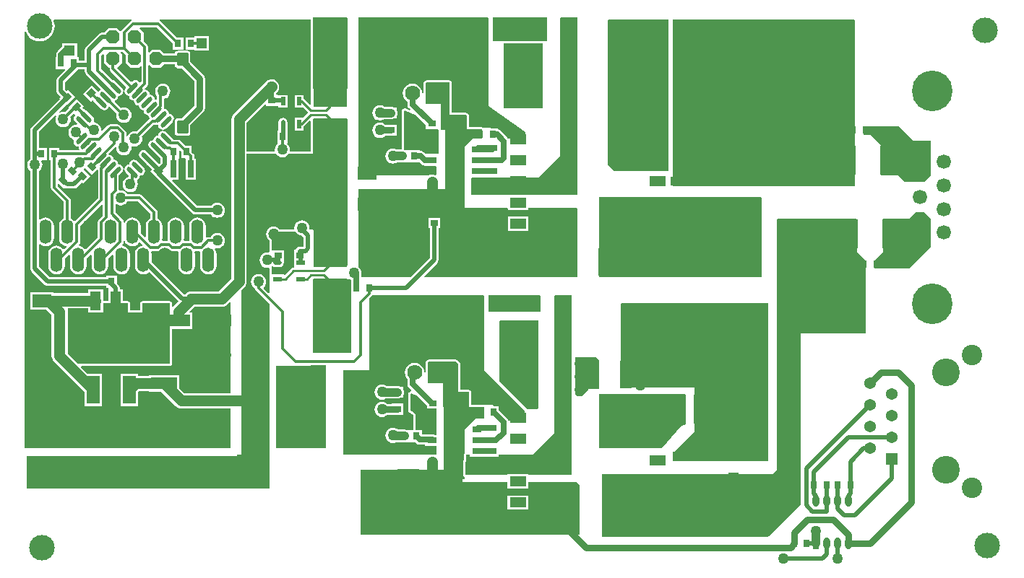
<source format=gtl>
%FSTAX23Y23*%
%MOMM*%
%SFA1B1*%

%IPPOS*%
%AMD30*
4,1,4,-0.071120,-0.563880,0.563880,0.071120,0.071120,0.563880,-0.563880,-0.071120,-0.071120,-0.563880,0.0*
%
%AMD34*
4,1,4,-0.599440,0.035560,0.035560,-0.599440,0.599440,-0.035560,-0.035560,0.599440,-0.599440,0.035560,0.0*
%
%AMD35*
4,1,4,0.035560,0.599440,-0.599440,-0.035560,-0.035560,-0.599440,0.599440,0.035560,0.035560,0.599440,0.0*
%
%AMD36*
4,1,4,0.563880,-0.071120,-0.071120,0.563880,-0.563880,0.071120,0.071120,-0.563880,0.563880,-0.071120,0.0*
%
%AMD44*
4,1,8,-0.650240,0.675640,-0.650240,-0.675640,-0.551180,-0.774700,0.551180,-0.774700,0.650240,-0.675640,0.650240,0.675640,0.551180,0.774700,-0.551180,0.774700,-0.650240,0.675640,0.0*
1,1,0.200000,-0.551180,0.675640*
1,1,0.200000,-0.551180,-0.675640*
1,1,0.200000,0.551180,-0.675640*
1,1,0.200000,0.551180,0.675640*
%
%AMD45*
4,1,4,-0.581660,-0.193040,-0.193040,-0.581660,0.581660,0.193040,0.193040,0.581660,-0.581660,-0.193040,0.0*
1,1,0.550000,-0.388620,-0.388620*
1,1,0.550000,0.388620,0.388620*
%
%AMD46*
4,1,4,0.193040,-0.581660,0.581660,-0.193040,-0.193040,0.581660,-0.581660,0.193040,0.193040,-0.581660,0.0*
1,1,0.550000,0.388620,-0.388620*
1,1,0.550000,-0.388620,0.388620*
%
%AMD71*
4,1,8,0.393700,0.784860,-0.393700,0.784860,-0.784860,0.393700,-0.784860,-0.393700,-0.393700,-0.784860,0.393700,-0.784860,0.784860,-0.393700,0.784860,0.393700,0.393700,0.784860,0.0*
%
%ADD10R,4.859990X3.359993*%
%ADD11R,1.399997X1.389997*%
%ADD12R,1.419997X3.019994*%
%ADD13R,3.019994X1.419997*%
%ADD14R,0.699999X0.899998*%
%ADD15O,0.799998X1.399997*%
%ADD16R,0.799998X1.399997*%
%ADD17R,0.799998X0.899998*%
%ADD18R,2.599995X1.099998*%
%ADD19R,1.999996X3.499993*%
%ADD20R,2.179996X1.519997*%
%ADD21R,1.549997X3.299993*%
%ADD22R,1.519997X2.179996*%
%ADD23R,0.899998X0.699999*%
%ADD24R,0.899998X0.799998*%
%ADD25R,1.139998X0.759998*%
%ADD26R,2.259995X2.999994*%
%ADD27R,1.879996X1.169998*%
%ADD28R,1.099998X1.399997*%
%ADD29R,1.099998X1.699997*%
G04~CAMADD=30~9~0.0~0.0~354.3~275.6~0.0~0.0~0~0.0~0.0~0.0~0.0~0~0.0~0.0~0.0~0.0~0~0.0~0.0~0.0~225.0~444.0~443.0*
%ADD30D30*%
%ADD31R,1.799996X3.199994*%
%ADD32R,1.199998X1.199998*%
%ADD33R,3.999992X3.099994*%
G04~CAMADD=34~9~0.0~0.0~354.3~315.0~0.0~0.0~0~0.0~0.0~0.0~0.0~0~0.0~0.0~0.0~0.0~0~0.0~0.0~0.0~135.0~472.0~471.0*
%ADD34D34*%
G04~CAMADD=35~9~0.0~0.0~354.3~315.0~0.0~0.0~0~0.0~0.0~0.0~0.0~0~0.0~0.0~0.0~0.0~0~0.0~0.0~0.0~45.0~472.0~471.0*
%ADD35D35*%
G04~CAMADD=36~9~0.0~0.0~354.3~275.6~0.0~0.0~0~0.0~0.0~0.0~0.0~0~0.0~0.0~0.0~0.0~0~0.0~0.0~0.0~315.0~444.0~443.0*
%ADD36D36*%
%ADD37R,1.219998X1.219998*%
%ADD38R,1.399997X3.299993*%
%ADD39R,2.099996X1.799996*%
%ADD40O,0.999998X0.549999*%
%ADD41R,0.999998X0.549999*%
%ADD42O,0.549999X0.999998*%
%ADD43R,0.549999X0.999998*%
G04~CAMADD=44~8~0.0~0.0~610.2~511.8~39.4~0.0~15~0.0~0.0~0.0~0.0~0~0.0~0.0~0.0~0.0~0~0.0~0.0~0.0~90.0~512.0~610.0*
%ADD44D44*%
G04~CAMADD=45~3~0.0~0.0~216.5~649.6~0.0~0.0~0~0.0~0.0~0.0~0.0~0~0.0~0.0~0.0~0.0~0~0.0~0.0~0.0~135.0~522.0~522.0*
%ADD45D45*%
G04~CAMADD=46~3~0.0~0.0~216.5~649.6~0.0~0.0~0~0.0~0.0~0.0~0.0~0~0.0~0.0~0.0~0.0~0~0.0~0.0~0.0~225.0~522.0~522.0*
%ADD46D46*%
%ADD47R,1.219998X1.219998*%
%ADD48R,0.709999X2.009996*%
%ADD49R,1.219998X2.239996*%
%ADD50R,3.609993X2.209996*%
%ADD51C,0.749999*%
%ADD52C,0.499999*%
%ADD53C,0.999998*%
%ADD54C,1.269997*%
%ADD55C,0.299999*%
%ADD56C,0.639999*%
%ADD57C,0.509999*%
%ADD58C,0.250000*%
%ADD59C,0.699999*%
%ADD60R,1.369997X1.369997*%
%ADD61C,1.369997*%
%ADD62C,2.399995*%
%ADD63C,3.249994*%
%ADD64C,2.999994*%
%ADD65O,1.419997X2.839994*%
%ADD66C,1.779996*%
%ADD67C,2.299995*%
%ADD68C,1.689997*%
%ADD69R,1.689997X1.689997*%
%ADD70C,4.759990*%
G04~CAMADD=71~4~0.0~0.0~618.1~618.1~0.0~154.5~0~0.0~0.0~0.0~0.0~0~0.0~0.0~0.0~0.0~0~0.0~0.0~0.0~0.0~618.1~618.1*
%ADD71D71*%
%ADD72C,1.269997*%
%ADD73C,0.799998*%
%LNlv1-1*%
%LPD*%
G36*
X82799Y41229D02*
Y39369D01*
X76799*
X76709Y39459*
Y41319*
X82709*
X82799Y41229*
G37*
G36*
X108619Y52829D02*
X108709Y52739D01*
Y43429*
X89749*
X89659Y43519*
Y52829*
X108619*
G37*
G36*
X60509Y43169D02*
X60649Y43109D01*
Y42859*
X60629*
Y41459*
X60669Y41419*
Y34579*
X60649Y34539*
X56129*
Y43179*
X60499*
X60509Y43169*
G37*
G36*
X39369Y33779D02*
Y33269D01*
X28629*
X27429Y34469*
Y39809*
X29849*
Y39319*
X31569*
Y40389*
X34469*
Y39319*
X36189*
Y40389*
X39369*
Y33779*
G37*
G36*
X128519Y50289D02*
Y47499D01*
Y46989*
X127759Y46229*
X125979Y44449*
X124969*
X121919Y44479*
Y45429*
X122939Y46449*
Y46739*
Y50289*
X125979*
X126749Y51049*
X127759*
X128519Y50289*
G37*
G36*
X36399Y51619D02*
D01*
X37139Y50889*
Y50349*
X37069Y50319*
X36869Y50159*
X36709Y49959*
X36619Y49729*
X36579Y49479*
Y48199*
X36459Y48149*
X35979Y48629*
Y49479*
X35949Y49729*
X35849Y49959*
X35699Y50159*
X35499Y50319*
X35259Y50419*
X35009Y50449*
X34759Y50419*
X34529Y50319*
X34329Y50159*
X34169Y49959*
X34119Y49829*
X33989Y49859*
Y49939*
X33959Y50099*
X33869Y50229*
X33009Y51089*
Y51989*
X33119Y52039*
X33189Y51989*
X33399Y51899*
X33629Y51869*
X33869Y51899*
X34079Y51989*
X34269Y52139*
X34409Y52319*
X34419Y52359*
X35669*
X36399Y51619*
G37*
G36*
X87119Y73909D02*
Y53089D01*
X74679*
Y55029*
X74769Y55119*
X82549*
X82799Y55369*
X84579Y57149*
X85089Y57659*
Y73819*
X85179Y73909*
X87119*
G37*
G36*
X51729Y49129D02*
X51879Y49059D01*
X52009Y48959*
X52089Y48869*
X52099Y48859*
X52109Y48839*
X52139Y48819*
X52159Y48799*
X52179*
X52189Y48789*
X52219Y48779*
X52249Y48769*
X52269*
X52289*
X53899*
X53909*
X53919*
X53959Y48779*
X53999Y48789*
X54089Y48799*
X54229Y48619*
X54419Y48469*
X54629Y48379*
X54809Y48359*
X55049Y48119*
Y47049*
X54609*
X54409Y47009*
X54249Y46899*
X54139Y46729*
X54129Y46689*
X53909*
Y45389*
X53939Y45359*
Y44619*
X53829Y44579*
X53699Y44549*
X53579Y44469*
X52849Y43749*
X52739Y43769*
X51399*
X51309Y43859*
Y44459*
Y44479*
Y44489*
Y44499*
X51299Y44539*
X51289Y44579*
X51299Y44669*
X51319Y44699*
X51419Y44739*
X51559Y44649*
X51759Y44609*
X52209*
X52419Y44649*
X52589Y44769*
X52709Y44939*
X52749Y45149*
X52729Y45259*
X52769Y45389*
Y46589*
X51369*
X51309Y46689*
Y47789*
Y47799*
Y47819*
X51299Y47849*
X51289Y47889*
X51279Y47899*
X51269Y47919*
X51249Y47939*
X51229Y47969*
X51219Y47979*
X51209Y47989*
X51109Y48059*
X51009Y48199*
X50949Y48349*
X50929Y48509*
X50949Y48679*
X51009Y48829*
X51039Y48869*
X51109Y48959*
X51209Y49039*
X51239Y49059*
X51399Y49129*
X51559Y49149*
X51729Y49129*
G37*
G36*
X31519Y51889D02*
Y50669D01*
X31069Y50229*
X30979Y50099*
Y50069*
X30949Y49939*
Y48079*
X29599Y46729*
X29439Y46739*
X29349Y46859*
X29149Y47019*
X28909Y47109*
X28789Y47129*
X28749Y47259*
X28789Y47309*
X28879Y47439*
X28909Y47599*
Y49449*
X31399Y51939*
X31519Y51889*
G37*
G36*
X89659Y33699D02*
D01*
Y30299*
X88439*
X88389Y30249*
X87659Y29529*
X87059*
X86869Y29719*
Y34039*
X89329*
X89659Y33699*
G37*
G36*
X86469Y41389D02*
Y20269D01*
X81419*
X81349Y20329*
X78969*
Y20269*
X74019*
Y21819*
X74109Y21909*
X74119*
Y22599*
X74519*
Y22399*
X76159*
X77249*
X77309Y22419*
X77949*
Y22599*
X81899*
X82149Y22849*
X83929Y24629*
X84439Y25139*
Y41299*
X84529Y41389*
X86469*
G37*
G36*
X99819Y29629D02*
Y26159D01*
X99309Y26029*
X97029Y23369*
X89659*
Y29719*
X99729*
X99819Y29629*
G37*
G36*
X113279Y50289D02*
D01*
X119799*
X119889Y50199*
Y46449*
X120899Y45429*
Y36829*
X113279*
Y20319*
Y19809*
Y16759*
X109589Y13069*
X109469Y13119*
Y12949*
X90029*
Y20319*
X109979*
X110489Y20829*
Y50199*
X110579Y50289*
X113279*
G37*
G36*
X109469Y40389D02*
Y30569D01*
Y21929*
X109379Y21839*
X98299*
Y22829*
X98549Y23079*
X100839Y25369*
Y30479*
X92199*
Y40299*
X92289Y40389*
X109469*
G37*
G36*
X57659Y23369D02*
X51909D01*
X51819Y23459*
Y33019*
X55879*
Y33119*
X57659*
Y23369*
G37*
G36*
X73149Y33269D02*
Y30729D01*
Y29969*
X74419*
Y28189*
X71479*
X76199*
Y26959*
X76109Y26869*
X75189*
X74519Y26199*
X73909Y25589*
Y22739*
X73879Y22689*
X73859Y22599*
Y22019*
X73839Y21999*
X73789Y21919*
X73769Y21819*
Y20269*
X73789Y20169*
X73839Y20089*
X73909Y20039*
Y19849*
X73819Y19759*
X73659*
Y19429*
X78969*
Y18659*
X81349*
Y19429*
X86989*
X87379Y19049*
Y17529*
Y13209*
X61809*
X61719Y13299*
Y17529*
Y20829*
X71479*
Y28189*
X71369*
Y30989*
X69599*
Y33439*
X69689Y33529*
X72899*
X73149Y33269*
G37*
G36*
X82549Y28099D02*
X82459Y28009D01*
X81209*
X77979Y31239*
Y38259*
X78069Y38349*
X82549*
Y28099*
G37*
G36*
X68429Y29479D02*
X69509Y28399D01*
Y28039*
X70079*
X70139Y28019*
X70209*
X70269Y28039*
X70609*
Y25019*
X70519Y24929*
X70429*
X70369Y24969*
X70129Y25019*
X68949*
X68939*
Y25509*
X68259*
X68169Y25599*
Y27389*
X67929Y27629*
X67559Y27799*
Y29729*
X67669Y29799*
X68429Y29479*
G37*
G36*
X76199Y41259D02*
Y32509D01*
X80959Y27749*
X81089Y27089*
X80899Y26619*
X79049*
X79039Y26709*
X78959Y26829*
X78899Y26909*
X77909Y27899*
Y28329*
X77289*
Y28369*
X77209Y28449*
X76199*
X76069*
X74679*
Y29969*
X74659Y30069*
X74599Y30149*
X74519Y30209*
X74419Y30229*
X73409*
Y30729*
Y33269*
X73389Y33369*
X73369Y33399*
X73329Y33449*
X73079Y33709*
X72999Y33759*
X72899Y33779*
X69689*
X69589Y33759*
X69509Y33709*
X69419Y33619*
X69359Y33539*
X69339Y33439*
Y32319*
X69209Y32309*
X69179Y32559*
X69069Y32829*
X68879Y33069*
X68649Y33249*
X68369Y33369*
X68069Y33409*
X67769Y33369*
X67499Y33249*
X67259Y33069*
X67079Y32829*
X66959Y32559*
X66919Y32259*
X66959Y31959*
X67079Y31679*
X67229Y31479*
Y30929*
X67279Y30699*
X67409Y30499*
X67709Y30199*
Y30169*
X67669Y30049*
X67639*
X67619*
X67599Y30039*
X67569Y30029*
X67549Y30019*
X67529Y30009*
X67419Y29939*
X67399Y29919*
X67379Y29909*
X67369Y29889*
X67349Y29869*
X67339Y29849*
X67329Y29819*
X67319Y29799*
X67309Y29779*
Y29749*
Y29729*
Y27799*
X67319Y27749*
X67329Y27699*
X67349Y27659*
X67379Y27619*
X67419Y27589*
X67459Y27559*
X67779Y27419*
X67919Y27279*
Y25599*
X67839Y25509*
X67639*
X67539*
X67519*
X67159*
X67089Y25539*
X66889Y25559*
X66109*
X65979Y25669*
X65759Y25749*
X65529Y25779*
X65299Y25749*
X65089Y25669*
X64899Y25519*
X64759Y25339*
X64669Y25119*
X64639Y24889*
X64669Y24659*
X64759Y24449*
X64899Y24259*
X65089Y24119*
X65299Y24029*
X65529Y23999*
X65759Y24029*
X65809Y24049*
X66889*
X67089Y24079*
X67159Y24109*
X67519*
X67539*
X67639*
X68129*
X68259Y23979*
X68459Y23839*
X68689Y23799*
X69309*
Y23669*
X70609*
Y22609*
X70399*
X70369Y22619*
X70129Y22649*
X69899Y22619*
X69869Y22609*
X59689*
Y28449*
Y32509*
X62739*
Y40979*
X63009Y41259*
X63079Y41349*
X76109*
X76199Y41259*
G37*
G36*
X72139Y66289D02*
Y62479D01*
X74079*
X74169Y62389*
Y60789*
X75949*
Y59689*
X74829*
X73909Y58779*
Y51559*
X78919*
X79009Y51469*
Y51379*
X81389*
Y51559*
X87029*
X87119Y51469*
Y43429*
X69219*
X69169Y43549*
X70719Y45099*
X70799Y45209*
X70829Y45269*
X70869Y45469*
Y49199*
X71059*
Y49489*
Y50399*
X69659*
Y49199*
X69839*
Y45679*
X67599Y43429*
X61889*
X61799Y43519*
Y43669*
X61819Y43709*
X61849Y43939*
X61819Y44169*
X61729Y44389*
X61589Y44569*
X61469Y44669*
Y51559*
Y53799*
X66339*
X71539*
X71629Y53709*
Y60709*
X71119*
Y60749*
Y60759*
Y63749*
X69339*
Y66199*
X69429Y66289*
X72139*
G37*
G36*
X83059Y63249D02*
X78489D01*
Y70869*
X83059*
Y63249*
G37*
G36*
X31689Y69579D02*
Y68569D01*
X32209Y68049*
X32319*
Y67919*
X32339Y67789*
X32349Y67759*
X32439Y67629*
X34259Y65809*
Y65679*
X34219Y65649*
X34099Y65469*
X34059Y65269*
X34099Y65059*
X34219Y64889*
X34389Y64769*
X34599Y64729*
X34629Y64699*
X34669Y64499*
X34779Y64319*
X34959Y64209*
X35159Y64169*
X35189Y64139*
X35229Y63929*
X35349Y63759*
X35519Y63639*
X35729Y63599*
X35759Y63569*
X35799Y63359*
X35919Y63189*
X36089Y63079*
X36289Y63029*
X36319Y62999*
X36369Y62799*
X36479Y62629*
X36649Y62509*
X36859Y62469*
X36889Y62439*
X36929Y62229*
X36979Y62159*
X37049Y62059*
X36969Y61969*
X35539Y60539*
X35499Y60549*
X35269Y60579*
X35029Y60549*
X34819Y60459*
X34629Y60319*
X34489Y60139*
X34419Y59969*
X34299Y59989*
Y60369*
X34259Y60529*
X34239Y60569*
X34179Y60659*
X33569Y61269*
X33439Y61359*
X33409*
X33279Y61389*
X32419*
X32289Y61359*
X32269*
X32139Y61269*
X31469Y60609*
X31349Y60669*
X31359Y60709*
X31329Y60939*
X31239Y61159*
X31099Y61339*
X30909Y61489*
X30699Y61569*
X30599Y61589*
X30579Y61599*
X30509Y61729*
X30539Y61869*
X30499Y62079*
X30379Y62249*
X29599Y63029*
X29429Y63149*
X29319Y63169*
X29139Y63339*
X29349Y63549*
X28499Y64399*
X27509Y63409*
X27559Y63359*
Y63229*
X27149Y62819*
X27119Y62839*
X26879Y62869*
X26649Y62839*
X26509Y62779*
X26439Y62889*
X27239Y63679*
X27299Y63619*
X28289Y64609*
X27439Y65459*
X27309Y65319*
X27139Y65489*
Y66339*
X28619Y67819*
X29419*
Y67599*
X29459Y67399*
X29569Y67239*
X31279Y65529*
X31249Y65379*
X31109Y65289*
X31079Y65259*
X30959Y65239*
X30209Y65989*
X29219Y64999*
X30139Y64079*
X30289Y64239*
X30419Y64179*
X30429Y64139*
X30539Y63969*
X31319Y63189*
X31489Y63079*
X31699Y63029*
X31899Y63079*
X32079Y63189*
X32189Y63359*
X32209Y63439*
X32339Y63479*
X33129Y62689*
X33099Y62479*
X33129Y62249*
X33219Y62039*
X33359Y61849*
X33549Y61709*
X33759Y61619*
X33999Y61589*
X34229Y61619*
X34439Y61709*
X34629Y61849*
X34769Y62039*
X34859Y62249*
X34889Y62479*
X34859Y62719*
X34769Y62929*
X34629Y63119*
X34439Y63259*
X34229Y63349*
X33999Y63379*
X33759Y63349*
X33669Y63309*
X32919Y64049*
X32959Y64189*
X33029Y64209*
X33209Y64319*
X33319Y64499*
X33359Y64699*
X33389Y64729*
X33599Y64769*
X33769Y64889*
X33889Y65059*
X33929Y65269*
X33889Y65469*
X33769Y65649*
X32999Y66419*
X32819Y66539*
X32669Y66569*
X31359Y67879*
Y69429*
X31579Y69649*
X31689Y69579*
G37*
G36*
X76709Y73819D02*
Y64769D01*
Y63499*
X81029Y60449*
Y59689*
X79049*
X78939Y59839*
X78159Y60629*
X77959Y60759*
X77799Y60789*
Y60899*
X76959*
Y60959*
X76139*
X76129Y60969*
X76039Y61029*
X75949Y61049*
X74419*
Y62389*
X74399Y62489*
X74349Y62569*
X74259Y62659*
X74179Y62719*
X74079Y62739*
X72479*
X72389Y62829*
Y66289*
X72369Y66389*
X72319Y66469*
X72229Y66529*
X72139Y66549*
X69429*
X69329Y66529*
X69249Y66469*
X69159Y66379*
X69109Y66299*
X69089Y66199*
Y65079*
X68959*
X68929Y65319*
X68809Y65599*
X68629Y65839*
X68389Y66019*
X68119Y66129*
X67819Y66169*
X67519Y66129*
X67239Y66019*
X67009Y65839*
X66819Y65599*
X66709Y65319*
X66669Y65019*
X66709Y64729*
X66819Y64449*
X67009Y64209*
X67229Y64039*
Y63719*
X67279Y63479*
X67409Y63289*
X67549Y63149*
X67479Y63039*
X66999Y63239*
X66969Y63249*
X66949Y63259*
X66919*
X66899*
X66869*
X66849*
X66829Y63249*
X66799Y63239*
X66779Y63229*
X66759Y63219*
X66649Y63149*
X66629Y63129*
X66609Y63119*
X66599Y63089*
X66579Y63079*
X66569Y63049*
X66559Y63029*
X66549Y63009*
X66539Y62989*
Y62959*
Y62939*
Y58499*
X66449Y58409*
X65999*
X65979Y58429*
X65759Y58519*
X65529Y58549*
X65299Y58519*
X65089Y58429*
X64899Y58289*
X64759Y58099*
X64669Y57889*
X64639Y57659*
X64669Y57429*
X64759Y57209*
X64899Y57029*
X65089Y56879*
X65299Y56799*
X65529Y56769*
X65759Y56799*
X65979Y56879*
X65999Y56899*
X66609*
X66809Y56929*
X66879Y56959*
X67229*
X67259*
X67359*
X68609*
X68849Y56719*
X68949Y56649*
X69049Y56579*
X69159Y56559*
X69279Y56539*
Y56519*
X70519*
X70609Y56429*
Y55489*
X70479Y55409*
X70339Y55469*
X70099Y55499*
X69869Y55469*
X69659Y55379*
X69639Y55369*
X61559*
X61469Y55459*
Y73909*
X76619*
X76709Y73819*
G37*
G36*
X28239Y62589D02*
X28249Y62579D01*
X28279Y62459*
X28159Y62289*
X28119Y62079*
X28159Y61879*
X28279Y61709*
X28529Y61459*
X28469Y61339*
X28409*
X28179Y61309*
X27959Y61229*
X27779Y61079*
X27629Y60899*
X27549Y60679*
X27519Y60449*
X27549Y60219*
X27629Y60009*
X27779Y59819*
X27959Y59679*
X28079Y59629*
X28159Y59529*
X28119Y59329*
X28159Y59119*
X28279Y58949*
X28449Y58829*
X28659Y58789*
X28689Y58759*
X28729Y58559*
X28789Y58469*
X28719Y58339*
X26459*
Y58609*
X25259*
Y57209*
X25459*
Y53959*
X25489Y53829*
Y53799*
X25579Y53669*
X26979Y52269*
Y50349*
X26909Y50319*
X26709Y50159*
X26549Y49959*
X26459Y49729*
X26419Y49479*
Y48059*
X26459Y47809*
X26549Y47569*
X26709Y47369*
X26909Y47219*
X27139Y47119*
X27259Y47109*
X27299Y46969*
X27059Y46729*
X26899Y46749*
X26809Y46859*
X26609Y47019*
X26369Y47109*
X26119Y47149*
X25869Y47109*
X25639Y47019*
X25439Y46859*
X25279Y46659*
X25189Y46429*
X25149Y46179*
Y44749*
X25189Y44499*
X25279Y44269*
X25439Y44069*
X25639Y43919*
X25869Y43819*
X26119Y43789*
X26369Y43819*
X26609Y43919*
X26809Y44069*
X26959Y44269*
X27059Y44499*
X27089Y44749*
Y45609*
X27569Y46079*
X27689Y46029*
Y44749*
X27729Y44499*
X27819Y44269*
X27979Y44069*
X28179Y43919*
X28409Y43819*
X28659Y43789*
X28909Y43819*
X29149Y43919*
X29349Y44069*
X29499Y44269*
X29599Y44499*
X29629Y44749*
Y45599*
X30109Y46079*
X30229Y46029*
Y44749*
X30269Y44499*
X30359Y44269*
X30519Y44069*
X30719Y43919*
X30949Y43819*
X31199Y43789*
X31449Y43819*
X31689Y43919*
X31889Y44069*
X32039Y44269*
X32139Y44499*
X32169Y44749*
Y45609*
X32649Y46079*
X32769Y46029*
Y44749*
X32809Y44499*
X32899Y44269*
X33059Y44069*
X33259Y43919*
X33489Y43819*
X33739Y43789*
X33989Y43819*
X34229Y43919*
X34429Y44069*
X34579Y44269*
X34679Y44499*
X34709Y44749*
Y46179*
X34679Y46429*
X34579Y46659*
X34429Y46859*
X34229Y47019*
X33989Y47109*
X33869Y47129*
X33829Y47259*
X33869Y47309*
X33959Y47439*
X33989Y47599*
Y47679*
X34119Y47699*
X34169Y47569*
X34329Y47369*
X34529Y47219*
X34759Y47119*
X35009Y47089*
X35259Y47119*
X35499Y47219*
X35699Y47369*
X35789Y47489*
X35949Y47499*
X36189Y47259*
X36149Y47129*
X36029Y47109*
X35799Y47019*
X35599Y46859*
X35439Y46659*
X35349Y46429*
X35309Y46179*
Y44749*
X35349Y44499*
X35439Y44269*
X35599Y44069*
X35799Y43919*
X36029Y43819*
X36279Y43789*
X36529Y43819*
X36769Y43919*
X36959Y44069*
X40389Y40639*
X39749Y39999*
Y39989*
X39619Y40029*
Y40389*
X39609Y40479*
X39549Y40569*
X39469Y40619*
X39369Y40639*
X36189*
X36089Y40619*
X36009Y40569*
X35959Y40479*
X35939Y40389*
Y39579*
X34729*
Y40389*
X34709Y40479*
X34649Y40569*
X34569Y40619*
X34469Y40639*
X33879*
Y42059*
X33529*
Y42189*
X33489Y42379*
X33379Y42549*
X33219Y42699*
Y43629*
X31919*
Y43439*
X25319*
X24089Y44659*
Y47269*
X24219Y47329*
X24369Y47219*
X24599Y47119*
X24849Y47089*
X25099Y47119*
X25339Y47219*
X25539Y47369*
X25689Y47569*
X25789Y47809*
X25819Y48059*
Y49479*
X25789Y49729*
X25689Y49959*
X25539Y50159*
X25339Y50319*
X25099Y50419*
X24849Y50449*
X24599Y50419*
X24369Y50319*
X24219Y50199*
X24089Y50269*
Y55919*
X24209Y56009*
X24359Y56199*
X24439Y56409*
X24469Y56639*
X24439Y56869*
X24359Y57089*
X24349Y57099*
X24399Y57209*
X24959*
Y58609*
X24089*
Y60539*
X25969Y62419*
X26079Y62349*
X26019Y62209*
X25989Y61979*
X26019Y61739*
X26109Y61529*
X26249Y61339*
X26439Y61199*
X26649Y61109*
X26879Y61079*
X27119Y61109*
X27329Y61199*
X27519Y61339*
X27659Y61529*
X27749Y61739*
X27779Y61979*
X27749Y62209*
X27729Y62249*
X28069Y62589*
X28239*
G37*
G36*
X60199Y73819D02*
Y65529D01*
X58889*
X56129*
Y66679*
Y73909*
X60109*
X60199Y73819*
G37*
G36*
X83569Y71119D02*
X83059D01*
X78489*
X78479*
X77309*
X77219Y71209*
Y73909*
X83569*
Y71119*
G37*
G36*
X34899Y73659D02*
X34909Y73529D01*
X34889*
X34749Y73439*
X33789Y72479*
X33719Y72369*
X33609Y72339*
X33569*
X33239Y72669*
X32209*
X31689Y72149*
Y72139*
X31459*
X31259Y72099*
X31099Y71989*
X29569Y70459*
X29459Y70299*
X29419Y70099*
Y68839*
X28739*
Y69279*
X28509*
Y70929*
X26789*
Y70519*
X26729Y70479*
X26229Y69979*
X26109Y69799*
X26059Y69569*
Y69279*
X26039*
Y67879*
X27079*
X27119Y67759*
X26269Y66909*
X26159Y66739*
X26119Y66549*
Y65279*
X26159Y65079*
X26269Y64919*
X26579Y64599*
X26449Y64469*
X26509Y64399*
X23219Y61109*
X23109Y60949*
X23069Y60749*
Y57909*
Y57369*
X22949Y57269*
X22809Y57089*
X22719Y56869*
X22689Y56639*
X22719Y56409*
X22809Y56199*
X22949Y56009*
X23069Y55919*
Y44449*
X23109Y44249*
X23219Y44089*
X24749Y42569*
X24909Y42459*
X25109Y42419*
X31919*
Y42229*
X32189*
X32219Y42189*
X32159Y42059*
Y40639*
X31639*
X31589Y40699*
X31569Y40869*
Y42059*
X29849*
Y41589*
X25719*
Y41709*
X23039*
Y39689*
X24889*
X25519Y39059*
Y34219*
X25549Y33989*
X25639Y33779*
X25779Y33589*
X29389Y29989*
Y28329*
X31439*
Y32129*
X29769*
X28999Y32899*
X29049Y33019*
X39369*
X39469Y33039*
X39549Y33089*
X39609Y33179*
X39619Y33269*
Y33779*
Y37389*
X42019*
Y39319*
X41759*
X41709Y39429*
X42279Y39999*
X45469*
X45699Y40029*
X45909Y40119*
X46099Y40259*
X46359Y40529*
X46479Y40479*
Y29849*
X41099*
X40499Y30449*
Y31949*
X36969*
Y31879*
X35639*
Y32129*
X33589*
Y28329*
X35639*
Y29989*
X35739Y30099*
X36969*
Y30029*
X38389*
X40099Y28319*
X40279Y28179*
X40499Y28089*
X40729Y28059*
X46479*
Y23369*
X22439*
X22349Y23459*
Y72289*
X22479Y72309*
X22509Y72229*
X22669Y71919*
X22889Y71649*
X23149Y71439*
X23459Y71269*
X23789Y71169*
X24129Y71139*
X24469Y71169*
X24799Y71269*
X25109Y71439*
X25369Y71649*
X25589Y71919*
X25749Y72229*
X25849Y72549*
X25889Y72899*
X25849Y73239*
X25769Y73529*
X25829Y73659*
X34899*
G37*
G36*
X34229Y69549D02*
Y68569D01*
X34749Y68049*
X35779*
X35929Y68189*
X36049Y68149*
Y66379*
X35949Y66299*
X35829Y66319*
X35749Y66419*
X35579Y66539*
X35369Y66579*
X35169Y66539*
X34999Y66419*
X34959Y66389*
X34829*
X33219Y67999*
X33239Y68049*
X33759Y68569*
Y69609*
X33619Y69749*
X33669Y69869*
X33909*
X34229Y69549*
G37*
G36*
X55879Y73659D02*
Y66679D01*
Y65529*
X55899Y65429*
X55919Y65409*
Y63709*
X55799Y63659*
X55099Y64359*
X55069Y64379*
Y64839*
X54019*
Y63339*
X55029*
X55519Y62849*
Y62669*
X54989Y62139*
X54019*
Y60639*
X55069*
Y61129*
X55759Y61819*
X55879Y61769*
Y58169*
X53559*
X53449Y58289*
X53469Y58419*
X53439Y58649*
X53349Y58869*
X53209Y59049*
X53119Y59119*
X53169Y59239*
Y60639*
X53149*
Y61029*
X53179Y61159*
Y61609*
X53139Y61819*
X53019Y61989*
X52849Y62109*
X52639Y62149*
X52439Y62109*
X52269Y61989*
X52149Y61819*
X52109Y61609*
Y61159*
X52129Y61029*
Y60639*
X51969*
Y59239*
X51989*
X52029Y59119*
X51949Y59049*
X51799Y58869*
X51719Y58649*
X51689Y58419*
X51699Y58289*
X51589Y58169*
X48479*
X48389Y58259*
Y61609*
X50489Y63709*
X50609Y63659*
Y63549*
X52009*
X52119Y63509*
Y63339*
X53169*
Y64839*
X52119*
X52009Y64849*
X51999*
X51819*
Y65029*
X51939Y65149*
X52079Y65339*
X52139Y65489*
X52169Y65549*
X52199Y65789*
X52169Y66019*
X52079Y66229*
X51939Y66419*
X51749Y66559*
X51539Y66649*
X51309Y66679*
X51079Y66649*
X51009Y66619*
X50859Y66559*
X50679Y66419*
X46869Y62609*
X46719Y62419*
X46639Y62209*
X46609Y61979*
Y51309*
Y43299*
X45099Y41789*
X41909*
X41679Y41759*
X41459Y41669*
X41279Y41529*
X41159Y41399*
X41069*
X37249Y45219*
Y46179*
X37219Y46409*
X37239Y46459*
X37289Y46539*
X38009*
X38139Y46559*
X38169Y46569*
X38299Y46659*
X38519Y46879*
X39109*
X39339Y46659*
X39469Y46569*
X39629Y46539*
X40359*
X40409Y46459*
X40419Y46409*
X40389Y46179*
Y44749*
X40429Y44499*
X40519Y44269*
X40679Y44069*
X40879Y43919*
X41109Y43819*
X41359Y43789*
X41609Y43819*
X41849Y43919*
X42049Y44069*
X42199Y44269*
X42299Y44499*
X42329Y44749*
Y46179*
X42299Y46409*
X42319Y46459*
X42369Y46539*
X42899*
X42949Y46459*
X42959Y46409*
X42929Y46179*
Y44749*
X42969Y44499*
X43059Y44269*
X43219Y44069*
X43419Y43919*
X43649Y43819*
X43899Y43789*
X44149Y43819*
X44389Y43919*
X44589Y44069*
X44739Y44269*
X44839Y44499*
X44869Y44749*
Y46179*
X44839Y46429*
X44739Y46659*
X44649Y46789*
X44729Y46889*
X44959Y46859*
X45189Y46889*
X45399Y46979*
X45589Y47119*
X45729Y47309*
X45819Y47519*
X45849Y47749*
X45819Y47979*
X45729Y48199*
X45589Y48379*
X45399Y48529*
X45189Y48609*
X44959Y48639*
X44729Y48609*
X44509Y48529*
X44329Y48379*
X44179Y48199*
X44169Y48159*
X43899*
X43739Y48129*
X43729Y48119*
X43639Y48149*
X43599Y48189*
Y49479*
X43569Y49729*
X43469Y49959*
X43319Y50159*
X43119Y50319*
X42879Y50419*
X42629Y50449*
X42379Y50419*
X42149Y50319*
X41949Y50159*
X41789Y49959*
X41699Y49729*
X41659Y49479*
Y48059*
X41689Y47819*
X41679Y47769*
X41629Y47699*
X41099*
X41049Y47769*
X41029Y47819*
X41059Y48059*
Y49479*
X41029Y49729*
X40929Y49959*
X40779Y50159*
X40579Y50319*
X40339Y50419*
X40089Y50449*
X39839Y50419*
X39609Y50319*
X39409Y50159*
X39249Y49959*
X39159Y49729*
X39119Y49479*
Y48059*
X39149Y47819*
X39139Y47769*
X39089Y47699*
X38559*
X38509Y47769*
X38489Y47819*
X38519Y48059*
Y49479*
X38489Y49729*
X38389Y49959*
X38239Y50159*
X38039Y50319*
X37959Y50349*
Y51049*
X37929Y51179*
Y51209*
X37839Y51339*
X36979Y52199*
X36129Y53049*
X35999Y53139*
X35969Y53149*
X35839Y53169*
X34419*
X34409Y53209*
X34269Y53399*
X34079Y53539*
X33869Y53629*
X33629Y53659*
X33509Y53639*
X33409Y53729*
Y55409*
X33769Y55769*
X33889Y55939*
X33929Y56149*
X33889Y56349*
X33769Y56519*
X33599Y56639*
X33389Y56679*
X33359Y56709*
X33319Y56919*
X33209Y57089*
X33029Y57209*
X32919Y57229*
X32819Y57269*
X32779Y57369*
X32759Y57479*
X32639Y57659*
X32469Y57769*
X32259Y57809*
X32219Y57929*
X32209Y57959*
X32989Y58729*
X33069Y58699*
X33099Y58669*
X33129Y58439*
X33219Y58229*
X33359Y58039*
X33549Y57899*
X33759Y57809*
X33999Y57779*
X34229Y57809*
X34439Y57899*
X34629Y58039*
X34769Y58229*
X34859Y58439*
X34889Y58669*
X34879Y58769*
X34979Y58849*
X35029Y58829*
X35269Y58799*
X35499Y58829*
X35709Y58919*
X35899Y59059*
X36039Y59239*
X36129Y59459*
X36159Y59689*
X36129Y59919*
X36109Y59959*
X37509Y61359*
X37709*
X37799Y61369*
X37989Y61339*
X38019Y61309*
X38059Y61099*
X38179Y60929*
X38349Y60809*
X38559Y60769*
X38759Y60809*
X38939Y60929*
X39709Y61709*
X39829Y61879*
X39869Y62079*
X39829Y62289*
X39709Y62459*
X39539Y62579*
X39329Y62619*
X39299Y62649*
X39259Y62859*
X39149Y63029*
X38969Y63149*
X38769Y63189*
X38719Y63309*
X38699Y63399*
X38719Y63499*
Y64409*
X38799Y64419*
X39009Y64499*
X39199Y64649*
X39339Y64829*
X39429Y65049*
X39459Y65279*
X39429Y65509*
X39339Y65719*
X39199Y65909*
X39009Y66049*
X38799Y66139*
X38569Y66169*
X38339Y66139*
X38119Y66049*
X37939Y65909*
X37789Y65719*
X37709Y65509*
X37679Y65279*
X37709Y65049*
X37789Y64829*
X37899Y64689*
Y64379*
X37779Y64289*
X37639Y64319*
X37609Y64349*
X37569Y64549*
X37449Y64729*
X37279Y64839*
X37069Y64879*
X37039Y64909*
X36999Y65119*
X36879Y65289*
X36709Y65409*
X36509Y65449*
X36459Y65569*
X36449Y65589*
X36739Y65879*
X36799Y65969*
X36829Y66009*
X36859Y66169*
Y68309*
X36979Y68359*
X37289Y68049*
X38319*
X38719Y68449*
X39979*
Y68319*
X40009Y68189*
X40089Y68069*
X40199Y67989*
X40339Y67969*
X40769*
X42249Y66489*
Y63559*
X40769Y62079*
X40339*
X40199Y62049*
X40089Y61979*
X40009Y61859*
X39979Y61729*
Y60369*
X40009Y60239*
X40089Y60119*
X40199Y60039*
X40339Y60019*
X41439*
X41579Y60039*
X41689Y60119*
X41769Y60239*
X41799Y60369*
Y61309*
X43339Y62849*
X43469Y63059*
X43519Y63299*
Y66749*
X43469Y66989*
X43339Y67199*
X41799Y68739*
Y69679*
X41769Y69809*
X41689Y69929*
X41579Y69999*
X41439Y70029*
X40339*
X40199Y69999*
X40089Y69929*
X40009Y69809*
X39989Y69729*
X38719*
X38319Y70129*
X37289*
X36979Y69819*
X36859Y69869*
Y70439*
X36829Y70599*
X36799Y70639*
X36739Y70729*
X36299Y71169*
Y72149*
X35829Y72619*
X35889Y72739*
X37899*
X39759Y70889*
Y70169*
X40959*
Y71569*
X40229*
X38359Y73439*
X38229Y73529*
X38199*
X38219Y73659*
X55879*
G37*
G36*
X126489Y59439D02*
X128519D01*
Y55369*
X127759Y54609*
X125479*
X124709Y55369*
X122679*
Y58929*
X121449Y60159*
X120719*
X120649Y60229*
Y61179*
X124679*
X124709Y61209*
X126489Y59439*
G37*
G36*
X97789Y73659D02*
Y55969D01*
X97699Y55879*
X91439*
X90679Y56639*
Y73569*
X90769Y73659*
X97789*
G37*
G36*
X119629Y73569D02*
Y54099D01*
X98389*
X98299Y54189*
Y73659*
X119539*
X119629Y73569*
G37*
G36*
X30279Y55489D02*
X30849Y56059D01*
X30969Y56009*
Y52659*
X28339Y50029*
X28169Y50039*
X28079Y50159*
X27879Y50319*
X27799Y50349*
Y52429*
X27769Y52589*
X27679Y52719*
X26279Y54129*
Y54409*
X26389Y54459*
X26929Y53919*
X26999Y53989*
X27149Y53889*
X27339Y53849*
X28149*
X28349Y53889*
X28509Y53999*
X29079Y54559*
X29219Y54429*
X30069Y55279*
X29319Y56019*
X29339Y56189*
X29439Y56269*
X29499*
X30279Y55489*
G37*
G36*
X68249Y62449D02*
X69399Y61289D01*
Y60859*
X70039*
X70099Y60839*
X70159Y60859*
X70799*
X70869Y60749*
Y57999*
X70779Y57909*
X69389*
X69209Y58089*
X69139Y58139*
X69009Y58219*
X68909Y58239*
X68779Y58269*
X68659Y58279*
Y58359*
X67359*
X67259*
X67229*
X66879*
X66809Y58389*
X66789*
Y62939*
X66899Y63009*
X68249Y62449*
G37*
G36*
X60199Y44849D02*
X60089Y44809D01*
X56289*
X56199Y44899*
Y48919*
Y48959*
X56129Y49019*
X56099*
X55819*
X55739Y49119*
X55759Y49249*
X55729Y49479*
X55639Y49689*
X55499Y49879*
X55309Y50019*
X55099Y50109*
X54859Y50139*
X54629Y50109*
X54419Y50019*
X54229Y49879*
X54089Y49689*
X53999Y49479*
X53969Y49249*
X53989Y49119*
X53899Y49019*
X52289*
X52189Y49149*
X52009Y49289*
X51789Y49379*
X51559Y49409*
X51329Y49379*
X51119Y49289*
X50929Y49149*
X50839Y49019*
X50789Y48959*
X50699Y48749*
X50669Y48509*
X50699Y48279*
X50789Y48069*
X50929Y47879*
X51049Y47789*
Y46449*
X50929Y46339*
X50799Y46359*
X50569Y46329*
X50349Y46239*
X50169Y46099*
X50029Y45909*
X49939Y45699*
X49909Y45469*
X49939Y45229*
X50029Y45019*
X50169Y44829*
X50349Y44689*
X50569Y44599*
X50799Y44569*
X50929Y44589*
X51049Y44479*
Y43429*
Y41639*
X50939Y41589*
X50379Y42149*
X50389Y42269*
X50419Y42289*
X50559Y42479*
X50649Y42689*
X50679Y42929*
X50649Y43159*
X50559Y43369*
X50419Y43559*
X50229Y43699*
X50019Y43789*
X49779Y43819*
X49549Y43789*
X49339Y43699*
X49149Y43559*
X49009Y43369*
X48919Y43159*
X48889Y42929*
X48919Y42689*
X49009Y42479*
X49149Y42289*
X49339Y42149*
X49379Y42129*
X49399Y42029*
X49409Y42009*
X49499Y41879*
X51049Y40319*
Y33019*
Y23369*
Y18649*
X47329*
X22609*
Y22499*
X47239*
Y22609*
X47749*
Y41919*
X48129Y42289*
X48269Y42479*
X48359Y42689*
X48389Y42929*
Y49109*
Y50629*
Y51309*
Y57909*
X51849*
X51949Y57789*
X52129Y57649*
X52349Y57559*
X52579Y57529*
X52809Y57559*
X53019Y57649*
X53209Y57789*
X53299Y57909*
X56129*
Y61979*
X60199*
Y44849*
G37*
%LNlv1-2*%
%LPC*%
G36*
X35159Y57249D02*
X34959Y57209D01*
X34779Y57089*
X34669Y56919*
X34629Y56709*
X34599Y56679*
X34389Y56639*
X34219Y56519*
X34099Y56349*
X34059Y56149*
X34099Y55939*
X34219Y55769*
X34579Y55409*
Y55219*
X34529*
X34309Y55129*
X34129Y54989*
X33979Y54799*
X33899Y54589*
X33869Y54359*
X33899Y54119*
X33979Y53909*
X34129Y53719*
X34309Y53579*
X34529Y53489*
X34759Y53459*
X34989Y53489*
X35199Y53579*
X35389Y53719*
X35529Y53909*
X35619Y54119*
X35649Y54359*
X35619Y54589*
X35559Y54739*
X35579Y54849*
X35619Y54899*
X35749Y54989*
X35869Y55159*
X35909Y55369*
X35939Y55399*
X36149Y55439*
X36319Y55549*
X36439Y55729*
X36479Y55929*
X36439Y56139*
X36319Y56309*
X35539Y57089*
X35369Y57209*
X35159Y57249*
G37*
G36*
X43969Y71729D02*
X42249D01*
Y71569*
X41259*
Y70169*
X42249*
Y70009*
X43969*
Y71729*
G37*
G36*
X81349Y17849D02*
X78969D01*
Y16179*
X81349*
Y17849*
G37*
G36*
X64009Y61599D02*
X63779Y61569D01*
X63559Y61479*
X63379Y61339*
X63229Y61149*
X63149Y60939*
X63119Y60709*
X63149Y60469*
X63229Y60259*
X63379Y60069*
X63559Y59929*
X63779Y59839*
X64009Y59809*
X64239Y59839*
X64449Y59929*
X64629Y60069*
X65279*
X65289*
X65989*
Y61369*
X64589*
X64499Y61439*
X64449Y61479*
X64239Y61569*
X64009Y61599*
G37*
G36*
X64259Y28829D02*
X64029Y28799D01*
X63819Y28709*
X63629Y28569*
X63489Y28389*
X63399Y28169*
X63369Y27939*
X63399Y27709*
X63489Y27489*
X63629Y27309*
X63819Y27169*
X64029Y27079*
X64259Y27049*
X64489Y27079*
X64709Y27169*
X64889Y27299*
X66039*
X66059Y27309*
X66759*
Y28609*
X65359*
Y28579*
X64889*
X64709Y28709*
X64489Y28799*
X64259Y28829*
G37*
G36*
X64009Y63629D02*
X63779Y63599D01*
X63559Y63509*
X63379Y63369*
X63229Y63179*
X63149Y62969*
X63119Y62739*
X63149Y62509*
X63229Y62289*
X63379Y62109*
X63559Y61959*
X63779Y61879*
X64009Y61849*
X64239Y61879*
X64449Y61959*
X64459Y61969*
X65289*
X65489Y61989*
X65669Y62069*
X65679*
X65989*
Y62449*
X66019Y62529*
X66049Y62719*
X66019Y62919*
X65989Y62989*
Y63369*
X65679*
X65669Y63379*
X65489Y63449*
X65289Y63479*
X64499*
X64449Y63509*
X64239Y63599*
X64009Y63629*
G37*
G36*
X38559Y60639D02*
X38349Y60599D01*
X38179Y60479*
X38059Y60309*
X38019Y60099*
X37989Y60069*
X37789Y60029*
X37609Y59919*
X37499Y59739*
X37459Y59539*
X37429Y59509*
X37219Y59469*
X37049Y59349*
X36929Y59179*
X36889Y58969*
X36929Y58769*
X37049Y58599*
X37819Y57819*
X37929Y57739*
X38309Y57369*
Y56849*
X38159Y56699*
X37519Y57329*
X37449Y57439*
X36669Y58219*
X36499Y58339*
X36289Y58379*
X36089Y58339*
X35919Y58219*
X35799Y58049*
X35759Y57839*
X35799Y57639*
X35919Y57459*
X36689Y56689*
X36799Y56609*
X37239Y56179*
Y56049*
X37089Y55899*
X37629Y55369*
X37689Y55279*
X42019Y50949*
X42179Y50839*
X42379Y50799*
X44209*
X44309Y50679*
X44489Y50529*
X44709Y50449*
X44939Y50419*
X45169Y50449*
X45379Y50529*
X45569Y50679*
X45709Y50859*
X45799Y51079*
X45829Y51309*
X45799Y51539*
X45709Y51749*
X45569Y51939*
X45379Y52079*
X45169Y52169*
X44939Y52199*
X44709Y52169*
X44489Y52079*
X44309Y51939*
X44209Y51819*
X42589*
X39639Y54759*
X39689Y54879*
X40439*
Y57389*
X40449Y57469*
Y57509*
Y58319*
X40569Y58369*
X40749Y58189*
Y57469*
X41149*
X41249Y57389*
Y54879*
X42459*
Y57389*
X42259*
Y57659*
X42229Y57819*
X42139Y57949*
X41949Y58139*
Y58869*
X41229*
X40619Y59469*
X40489Y59559*
X40459*
X40329Y59589*
X39789*
X39709Y59709*
X38939Y60479*
X38759Y60599*
X38559Y60639*
G37*
G36*
X81389Y50559D02*
X79009D01*
Y48899*
X81389*
Y50559*
G37*
G36*
X64259Y30859D02*
X64029Y30829D01*
X63819Y30749*
X63629Y30599*
X63489Y30419*
X63399Y30199*
X63369Y29969*
X63399Y29739*
X63489Y29529*
X63629Y29339*
X63819Y29199*
X64029Y29109*
X64259Y29079*
X64489Y29109*
X64709Y29199*
X66059*
X66249Y29229*
X66429Y29299*
X66439Y29309*
X66759*
Y29689*
X66789Y29759*
X66809Y29959*
X66789Y30149*
X66759Y30229*
Y30609*
X66439*
X66429*
X66249Y30689*
X66059Y30709*
X64749*
X64709Y30749*
X64489Y30829*
X64259Y30859*
G37*
%LNlv1-3*%
%LPD*%
G54D10*
X103119Y27939D03*
X100839Y62989D03*
G54D11*
X99139Y28859D03*
Y27019D03*
X96859Y63909D03*
Y62069D03*
G54D12*
X41149Y20449D03*
Y25259D03*
G54D13*
X38739Y30989D03*
X43549D03*
X40259Y38349D03*
X45069D03*
G54D14*
X114819Y19049D03*
X116319D03*
X117609D03*
X119109D03*
X62729Y42159D03*
X61229D03*
X68819Y26919D03*
X67319D03*
X52569Y59939D03*
X51069D03*
X75699Y60199D03*
X77199D03*
X26639Y68579D03*
X28139D03*
X41349Y58169D03*
X39849D03*
X40359Y70869D03*
X41859D03*
X24359Y57909D03*
X25859D03*
X122159Y44959D03*
X120659D03*
X120889Y60709D03*
X119389D03*
X67299Y59439D03*
X65799D03*
X77309Y27629D03*
X75809D03*
G54D15*
X118869Y17189D03*
X117599D03*
X116329D03*
X115059D03*
X118869Y12189D03*
X117599D03*
X116329D03*
G54D16*
X115059Y12189D03*
G54D17*
X112579Y12189D03*
X113979D03*
X68289Y24809D03*
X66889D03*
X66609Y57659D03*
X68009D03*
X32569Y42929D03*
X33969D03*
G54D18*
X107439Y54689D03*
Y51989D03*
X108199Y22429D03*
Y19729D03*
X67339Y23109D03*
Y20409D03*
X99309Y51989D03*
Y54689D03*
X102359Y51989D03*
Y54689D03*
X67559Y55959D03*
Y53259D03*
X102619Y19729D03*
Y22429D03*
X99569Y19729D03*
Y22429D03*
G54D19*
X123859Y48509D03*
X118959D03*
X123609Y57149D03*
X118709D03*
G54D20*
X24379Y40699D03*
Y37019D03*
X62479Y55689D03*
Y52009D03*
G54D21*
X34609Y30229D03*
X30409D03*
X63569Y70099D03*
X59369D03*
X63819Y36579D03*
X59619D03*
G54D22*
X60509Y30479D03*
X56829D03*
G54D23*
X70359Y51299D03*
Y49799D03*
X77249Y25809D03*
Y24309D03*
Y23019D03*
Y21519D03*
X52069Y47489D03*
Y45989D03*
X70099Y59959D03*
Y61459D03*
X77299Y54369D03*
Y55869D03*
Y57159D03*
Y58659D03*
X70209Y28639D03*
Y27139D03*
G54D24*
X67289Y61719D03*
X65289Y62719D03*
Y60719D03*
X68059Y28959D03*
X66059Y29959D03*
Y27959D03*
X54609Y46039D03*
Y47439D03*
X51309Y62799D03*
Y64199D03*
G54D25*
X70099Y58419D03*
Y57149D03*
Y55879D03*
Y54609D03*
X75309Y58419D03*
Y57149D03*
Y55879D03*
Y54609D03*
X75339Y21759D03*
Y23029D03*
Y24299D03*
Y25569D03*
X70129Y21759D03*
Y23029D03*
Y24299D03*
Y25569D03*
G54D26*
X72709Y56509D03*
X72739Y23659D03*
G54D27*
X96519Y26939D03*
Y24459D03*
Y21979D03*
Y19499D03*
Y17019D03*
X80159Y26939D03*
Y24459D03*
Y21979D03*
Y19499D03*
Y17019D03*
X80199Y49729D03*
Y52209D03*
Y54689D03*
Y57169D03*
Y59649D03*
X96559Y49729D03*
Y52209D03*
Y54689D03*
Y57169D03*
Y59649D03*
G54D28*
X75699Y40389D03*
X77199D03*
X77709Y72139D03*
X76209D03*
G54D29*
X85679Y72389D03*
X82979D03*
X82219Y40389D03*
X84919D03*
G54D30*
X27369Y64539D03*
X28429Y63479D03*
G54D31*
X79549Y68579D03*
X86049D03*
X79049Y36319D03*
X85549D03*
G54D32*
X104899Y54739D03*
Y51939D03*
X105409Y22739D03*
Y19939D03*
G54D33*
X58169Y41739D03*
Y46139D03*
Y64939D03*
Y60539D03*
G54D34*
X38049Y55869D03*
X37059Y54879D03*
G54D35*
X30169Y65039D03*
X29179Y66029D03*
G54D36*
X26859Y54839D03*
X27919Y55899D03*
X29149Y55349D03*
X30209Y56409D03*
G54D37*
X27649Y72189D03*
Y70069D03*
G54D38*
X86489Y45209D03*
X90289D03*
X89029Y31999D03*
X92829D03*
G54D39*
X74619Y32199D03*
X79019D03*
X75519Y64259D03*
X79919D03*
G54D40*
X51989Y45149D03*
G54D41*
X51989Y44199D03*
Y43249D03*
X54689Y45149D03*
Y43249D03*
G54D42*
X52639Y61389D03*
G54D43*
X53589Y61389D03*
X54539D03*
X52639Y64089D03*
X54539D03*
G54D44*
X45389Y68999D03*
Y61049D03*
X40889Y68999D03*
Y61049D03*
G54D45*
X33009Y55759D03*
X32439Y56319D03*
X31869Y56889D03*
X31309Y57449D03*
X30739Y58019D03*
X30179Y58579D03*
X29609Y59149D03*
X29049Y59719D03*
X34989Y65659D03*
X35549Y65089D03*
X36119Y64519D03*
X36679Y63959D03*
X37249Y63389D03*
X37809Y62829D03*
X38379Y62259D03*
X38949Y61699D03*
G54D46*
X29049Y61699D03*
X29609Y62259D03*
X30179Y62829D03*
X30739Y63389D03*
X31309Y63959D03*
X31869Y64519D03*
X32439Y65089D03*
X33009Y65659D03*
X38949Y59719D03*
X38379Y59149D03*
X37809Y58579D03*
X37249Y58019D03*
X36679Y57449D03*
X36119Y56889D03*
X35549Y56319D03*
X34989Y55759D03*
G54D47*
X45219Y70869D03*
X43109D03*
G54D48*
X41849Y56129D03*
X40849D03*
X39839D03*
G54D49*
X35329Y40689D03*
X33019D03*
X30709D03*
G54D50*
X33019Y34469D03*
G54D51*
X121409Y30989D02*
X122679Y32259D01*
X124709*
X126239Y30729*
Y17019D02*
Y30729D01*
X121409Y12189D02*
X126239Y17019D01*
X118869Y12189D02*
X121409D01*
X117089Y14989D02*
X118869Y13209D01*
X114049Y14989D02*
X117089D01*
X112579Y13519D02*
X114049Y14989D01*
X112079Y11679D02*
X112579Y12189D01*
X88139Y11679D02*
X112079D01*
X86359Y13459D02*
X88139Y11679D01*
X86359Y13459D02*
Y14219D01*
X112579Y12189D02*
Y13519D01*
X118869Y12189D02*
Y13209D01*
X52069Y47489D02*
X52119Y47439D01*
X54609*
X51559Y48509D02*
X52069Y48009D01*
Y47489D02*
Y48009D01*
X66039Y27939D02*
X66059Y27959D01*
X64259Y27939D02*
X66039D01*
X65279Y60709D02*
X65289Y60719D01*
X64009Y60709D02*
X65279D01*
X37809Y69089D02*
X40549D01*
X40639Y68999*
Y61049D02*
X42889Y63299D01*
Y66749*
X40639Y68999D02*
X42889Y66749D01*
G54D52*
X120649Y23369D02*
X121409D01*
X119109Y21829D02*
X120649Y23369D01*
X119109Y18289D02*
Y21829D01*
X111249Y10409D02*
X115819D01*
X116329Y10919D02*
Y12189D01*
X115819Y10409D02*
X116329Y10919D01*
X113979Y12189D02*
X115059D01*
X113979D02*
D01*
X117599Y10409D02*
Y12189D01*
X118869Y15489D02*
X119629D01*
X116319Y15989D02*
Y19049D01*
X113969Y21009D02*
X121409Y28449D01*
X113969Y16709D02*
Y21009D01*
Y16709D02*
X114689Y15989D01*
X116319*
X123949Y19809D02*
Y22099D01*
X119629Y15489D02*
X123949Y19809D01*
X118359Y15489D02*
X118869D01*
X117599Y16259D02*
X118359Y15489D01*
X117599Y16259D02*
Y17189D01*
X118869Y24639D02*
X123949D01*
X114819Y20589D02*
X118869Y24639D01*
X114819Y18289D02*
Y20589D01*
X119109Y19049D02*
X119129Y19039D01*
Y18029D02*
Y19039D01*
X118869Y17779D02*
X119129Y18029D01*
X118869Y17189D02*
Y17779D01*
X117599Y19039D02*
X117609Y19049D01*
X117599Y17189D02*
Y19039D01*
X114809D02*
X114819Y19049D01*
X114809Y18029D02*
Y19039D01*
Y18029D02*
X115059Y17779D01*
Y17189D02*
Y17779D01*
X54609Y46539D02*
X55269D01*
X54609Y46039D02*
Y46539D01*
Y46039D02*
X54689Y45959D01*
Y45149D02*
Y45959D01*
X54859Y49029D02*
Y49249D01*
Y49029D02*
X55559Y48339D01*
Y46829D02*
Y48339D01*
X55269Y46539D02*
X55559Y46829D01*
X51309Y64199D02*
D01*
Y65789*
X50799Y45469D02*
X51669D01*
X51989Y45149*
X52069Y45229*
Y45989*
X52529Y64199D02*
X52639Y64089D01*
X51309Y64199D02*
X52529D01*
X52569Y59939D02*
X52639Y60019D01*
Y61389*
X29929Y67599D02*
X32439Y65089D01*
X29929Y70099D02*
X31459Y71629D01*
X32729*
X29929Y70099D02*
D01*
X36679Y57449D02*
X38049Y56089D01*
Y55869D02*
Y56089D01*
X26859Y54839D02*
D01*
X28149Y54359D02*
X29149Y55349D01*
X27339Y54359D02*
X28149D01*
X26859Y54839D02*
X27339Y54359D01*
X26859Y54849D02*
Y54839D01*
Y54849D02*
Y56719D01*
X26899Y56769*
X38049Y55639D02*
Y55869D01*
Y55639D02*
X42379Y51309D01*
X44939*
X28409Y68329D02*
X29929D01*
Y70099*
Y67599D02*
Y68329D01*
X26629Y65279D02*
X27369Y64539D01*
X26629Y65279D02*
Y66549D01*
X28409Y68329*
X37809Y58579D02*
X38819Y57579D01*
Y56639D02*
Y57579D01*
X38049Y55869D02*
X38819Y56639D01*
X38049Y55869D02*
D01*
X25109Y62269D02*
X27369Y64539D01*
X23579Y44449D02*
Y57909D01*
X24339*
X23579D02*
Y60749D01*
X27369Y64539*
X23579Y44449D02*
X25109Y42929D01*
X32279*
X33019Y42189*
Y40689D02*
Y42189D01*
X36279Y45469D02*
X40849Y40889D01*
X41909*
G54D53*
X115059Y12189D02*
Y13629D01*
X64259Y29969D02*
X64279Y29959D01*
X66059*
X64009Y62739D02*
X64019Y62719D01*
X65289*
X65619Y24809D02*
X66889D01*
X65529Y57659D02*
X66609D01*
G54D54*
X69599Y20069D02*
X70129Y20599D01*
X34609Y30229D02*
X35369Y30989D01*
X38689*
X47499Y51309D02*
Y61979D01*
Y42929D02*
Y51309D01*
Y61979D02*
X51309Y65789D01*
X45469Y40889D02*
X47499Y42929D01*
X41909Y40889D02*
X45469D01*
X70129Y20599D02*
Y21759D01*
X70099Y53589D02*
Y54609D01*
X38689Y30989D02*
X40729Y28959D01*
X48469*
X40129Y38349D02*
X40389Y38609D01*
Y39369*
X41909Y40889*
X26419Y34219D02*
X30409Y30229D01*
X26419Y34219D02*
Y39429D01*
X25149Y40699D02*
X26419Y39429D01*
X24379Y40699D02*
X25149D01*
X30699*
G54D55*
X60959Y33529D02*
X61719Y34289D01*
X54099Y33529D02*
X60959D01*
X52579Y35049D02*
X54099Y33529D01*
X52579Y35049D02*
Y39369D01*
X49779Y42159D02*
X52579Y39369D01*
X49779Y42159D02*
Y42929D01*
X61719Y34289D02*
Y40539D01*
X62729Y41549*
Y42159*
X52569Y59939D02*
X52579Y59929D01*
Y58419D02*
Y59929D01*
X43899Y47749D02*
X44959D01*
X43089Y46949D02*
X43899Y47749D01*
X42169Y46949D02*
X43089D01*
X41819Y47289D02*
X42169Y46949D01*
X40899Y47289D02*
X41819D01*
X40549Y46949D02*
X40899Y47289D01*
X39629Y46949D02*
X40549D01*
X39279Y47289D02*
X39629Y46949D01*
X38359Y47289D02*
X39279D01*
X38009Y46949D02*
X38359Y47289D01*
X37089Y46949D02*
X38009D01*
X35259Y48769D02*
X37089Y46949D01*
X35009Y48769D02*
X35259D01*
X30949Y67709D02*
X33009Y65659D01*
X30949Y67709D02*
Y69599D01*
X31629Y70279*
X34079*
X35269Y69089*
X32729Y67919D02*
X34989Y65659D01*
X32729Y67919D02*
Y69089D01*
X35549Y65089D02*
Y65269D01*
X36449Y66169*
Y70439*
X35269Y71629D02*
X36449Y70439D01*
X38949Y59719D02*
X39229Y59439D01*
X41849Y56129D02*
Y57659D01*
X41349Y58169D02*
X41849Y57659D01*
X39839Y56129D02*
Y58149D01*
X39849Y58169*
X38379Y59149D02*
X38559D01*
X28429Y63479D02*
X29609Y62299D01*
Y62259D02*
Y62299D01*
X30169Y65039D02*
X31249Y63959D01*
X31309*
X41859Y70869D02*
X43109D01*
X41859D02*
D01*
X38069Y73149D02*
X40359Y70869D01*
X35039Y73149D02*
X38069D01*
X34079Y72189D02*
X35039Y73149D01*
X34079Y70279D02*
Y72189D01*
X29529Y57929D02*
X30179Y58579D01*
X31309Y57449D02*
Y57629D01*
X32849Y59169D02*
Y59939D01*
X31309Y57629D02*
X32849Y59169D01*
X30269Y56409D02*
X31309Y57449D01*
X30209Y56409D02*
X30269D01*
X30569Y58019D02*
X30739D01*
X30289Y57379D02*
X30569Y57669D01*
X29399Y57379D02*
X30289D01*
X28919Y56899D02*
X29399Y57379D01*
X28809Y56899D02*
X28919D01*
X30569Y57669D02*
Y58019D01*
X28809Y56789D02*
Y56899D01*
X27919Y55899D02*
X28809Y56789D01*
X26879Y61979D02*
X28389Y63479D01*
X28429*
X29049Y61699D02*
X29199D01*
X30179Y60709*
X30469*
X29049Y59719D02*
Y59809D01*
X28409Y60449D02*
X29049Y59809D01*
X29609Y59149D02*
X29789D01*
Y59499D02*
X29929Y59649D01*
X31089*
X32419Y60979*
X33279*
X33889Y60369*
Y58779D02*
Y60369D01*
Y58779D02*
X33999Y58669D01*
X29789Y59149D02*
Y59499D01*
X31869Y64519D02*
X33919Y62479D01*
X33999*
X31869Y56709D02*
Y56889D01*
X31379Y56209D02*
X31869Y56709D01*
X31379Y52499D02*
Y56209D01*
X28499Y49619D02*
X31379Y52499D01*
X28499Y47599D02*
Y49619D01*
X26369Y45469D02*
X28499Y47599D01*
X26119Y45469D02*
X26369D01*
X31929Y55809D02*
X32439Y56319D01*
X31929Y50509D02*
Y55809D01*
X31359Y49939D02*
X31929Y50509D01*
X31359Y47909D02*
Y49939D01*
X28919Y45469D02*
X31359Y47909D01*
X28659Y45469D02*
X28919D01*
X33009Y53599D02*
Y55759D01*
X32599Y53199D02*
X33009Y53599D01*
X32599Y50919D02*
Y53199D01*
X31199Y45469D02*
X31449D01*
X33579Y47599D02*
Y49939D01*
X31449Y45469D02*
X33579Y47599D01*
X32599Y50919D02*
X33579Y49939D01*
X33629Y52769D02*
X35839D01*
X36689Y51909*
D01*
X37549Y48769D02*
Y51049D01*
X36689Y51909D02*
X37549Y51049D01*
X34989Y54579D02*
Y55759D01*
X34759Y54359D02*
X34989Y54579D01*
X38949Y59719D02*
X39479Y59179D01*
X40329*
X41349Y58169*
X39379Y58629D02*
X39849Y58169D01*
X39079Y58629D02*
X39379D01*
X38559Y59149D02*
X39079Y58629D01*
X37809Y62829D02*
Y62999D01*
X38309Y63499*
Y65019*
X38569Y65279*
X35269Y59689D02*
X37339Y61759D01*
X37709*
X38199Y62259*
X38379*
X25859Y57909D02*
X25869D01*
X27389Y48769D02*
Y52429D01*
X25869Y53959D02*
X27389Y52429D01*
X25869Y53959D02*
Y57899D01*
X25859Y57909D02*
X25869Y57899D01*
X25859Y57929D02*
X29529D01*
G54D56*
X61229Y42159D02*
Y43679D01*
X60959Y43939D02*
X61229Y43679D01*
X26639Y69569D02*
X27139Y70069D01*
X26639Y68579D02*
Y69569D01*
G54D57*
X62729Y42159D02*
X67059D01*
X70359Y45469*
Y49799*
G54D58*
X58169Y44959D02*
Y46139D01*
X57399Y44199D02*
X58169Y44959D01*
X53849Y44199D02*
X57399D01*
X52899Y43249D02*
X53849Y44199D01*
X51989Y43249D02*
X52899D01*
X58169Y41739D02*
Y42929D01*
X57399Y43689D02*
X58169Y42929D01*
X55879Y43689D02*
X57399D01*
X55439Y43249D02*
X55879Y43689D01*
X54689Y43249D02*
X55439D01*
X58169Y60539D02*
Y61979D01*
X57659Y62479D02*
X58169Y61979D01*
X55879Y62479D02*
X57659D01*
X54779Y61389D02*
X55879Y62479D01*
X54539Y61389D02*
X54779D01*
X58169Y63499D02*
Y64939D01*
X57659Y62989D02*
X58169Y63499D01*
X55919Y62989D02*
X57659D01*
X54819Y64089D02*
X55919Y62989D01*
X54539Y64089D02*
X54819D01*
G54D59*
X68689Y24409D02*
X70129D01*
X70139Y28639D02*
X70209D01*
X75339Y24299D02*
X75349Y24309D01*
X77249*
X75339Y23029D02*
X75349Y23019D01*
X77249*
X75339Y25569D02*
X75579Y25809D01*
X77249*
Y24309D02*
X77609D01*
X78469Y25169*
Y26479*
X77309Y27629D02*
X78469Y26479D01*
X68289Y24809D02*
X68689Y24409D01*
X70129Y24299D02*
Y24409D01*
X69279Y57149D02*
X70099D01*
X68779Y57659D02*
X69279Y57149D01*
X68009Y57659D02*
X68779D01*
X75319Y55869D02*
X77299D01*
X75319Y57159D02*
X77299D01*
X75549Y58659D02*
X77299D01*
X75309Y58419D02*
X77139D01*
X75309D02*
X75549Y58659D01*
X77199Y60199D02*
X77719D01*
X78509Y59409*
Y57449D02*
Y59409D01*
X78219Y57159D02*
X78509Y57449D01*
X77299Y57159D02*
X78219D01*
X67839Y63719D02*
X70099Y61459D01*
X67839Y63719D02*
Y65019D01*
Y30929D02*
X70139Y28639D01*
X67839Y30929D02*
Y32259D01*
G54D60*
X123949Y22099D03*
G54D61*
X121409Y23369D03*
X123949Y24639D03*
X121409Y25909D03*
X123949Y27179D03*
X121409Y28449D03*
X123949Y29719D03*
X121409Y30989D03*
G54D62*
X133349Y18749D03*
Y34339D03*
G54D63*
X130299Y20829D03*
Y32259D03*
G54D64*
X135129Y11939D03*
X134869Y72389D03*
X24379Y11679D03*
X24129Y72899D03*
G54D65*
X26119Y45469D03*
X28659D03*
X31199D03*
X33739D03*
X36279D03*
X38819D03*
X41359D03*
X43899D03*
X42629Y48769D03*
X40089D03*
X37549D03*
X35009D03*
X32469D03*
X29929D03*
X27389D03*
X24849D03*
G54D66*
X68069Y32259D03*
X70609D03*
X67819Y65019D03*
X70359D03*
G54D67*
X26419Y24759D03*
Y20949D03*
G54D68*
X127259Y47289D03*
X130099Y48679D03*
X127259Y50059D03*
X130099Y51449D03*
X127259Y52829D03*
X130099Y54219D03*
X127259Y55599D03*
X130099Y56989D03*
G54D69*
X127259Y58369D03*
G54D70*
X128679Y65329D03*
Y40339D03*
G54D71*
X32729Y69089D03*
Y71629D03*
X35269Y69089D03*
Y71629D03*
X37809Y69089D03*
Y71629D03*
G54D72*
X111249Y10409D03*
X115059Y13629D03*
X86359Y14219D03*
X65019Y20069D03*
X69599D03*
X117599Y10409D03*
X101849Y47499D03*
Y45969D03*
X102619Y36069D03*
Y37589D03*
Y39119D03*
X55879Y24379D03*
X54359D03*
X52579D03*
X45969Y34289D03*
X44959Y49529D03*
X49779Y42929D03*
X60959Y43939D03*
X38859Y50799D03*
X54859Y49249D03*
X51559Y48509D03*
X47499Y51309D03*
X41909Y40889D03*
X52579Y58419D03*
X44959Y47749D03*
X51309Y65789D03*
X50799Y45469D03*
X64259Y29969D03*
X64009Y62739D03*
X64259Y27939D03*
X64009Y60709D03*
X68069Y18799D03*
X66549D03*
X65529Y24889D03*
Y57659D03*
X101849Y49019D03*
X100329Y45969D03*
Y47499D03*
Y49019D03*
X32849Y59939D03*
X28809Y56899D03*
X26879Y61979D03*
X30469Y60709D03*
X28409Y60449D03*
X33629Y52769D03*
X33999Y58669D03*
Y62479D03*
X34759Y54359D03*
X38569Y65279D03*
X35269Y59689D03*
X26899Y56769D03*
X44939Y51309D03*
X24089Y68329D03*
X27899Y66039D03*
X45169Y53589D03*
X24089Y66799D03*
Y65279D03*
X23579Y56639D03*
X37589Y42419D03*
X31999Y37079D03*
X34039D03*
X35809D03*
X37589D03*
X30229D03*
X28449D03*
X87379Y33269D03*
Y31749D03*
Y30229D03*
X92959Y34539D03*
X94489Y34039D03*
Y32259D03*
Y30729D03*
G54D73*
X91689Y46479D03*
Y45209D03*
X91189Y47499D03*
X90169D03*
X85089Y45209D03*
Y46479D03*
X85599Y47499D03*
X86609D03*
M02*
</source>
